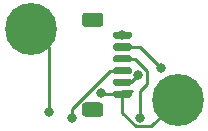
<source format=gbr>
%TF.GenerationSoftware,KiCad,Pcbnew,(5.1.6)-1*%
%TF.CreationDate,2020-12-16T03:54:26+01:00*%
%TF.ProjectId,envboard,656e7662-6f61-4726-942e-6b696361645f,rev?*%
%TF.SameCoordinates,Original*%
%TF.FileFunction,Copper,L2,Bot*%
%TF.FilePolarity,Positive*%
%FSLAX46Y46*%
G04 Gerber Fmt 4.6, Leading zero omitted, Abs format (unit mm)*
G04 Created by KiCad (PCBNEW (5.1.6)-1) date 2020-12-16 03:54:26*
%MOMM*%
%LPD*%
G01*
G04 APERTURE LIST*
%TA.AperFunction,ComponentPad*%
%ADD10C,0.700000*%
%TD*%
%TA.AperFunction,ComponentPad*%
%ADD11C,4.400000*%
%TD*%
%TA.AperFunction,ViaPad*%
%ADD12C,0.800000*%
%TD*%
%TA.AperFunction,Conductor*%
%ADD13C,0.250000*%
%TD*%
G04 APERTURE END LIST*
%TO.P,J1,MP*%
%TO.N,N/C*%
%TA.AperFunction,SMDPad,CuDef*%
G36*
G01*
X49324999Y-52450000D02*
X50625001Y-52450000D01*
G75*
G02*
X50875000Y-52699999I0J-249999D01*
G01*
X50875000Y-53400001D01*
G75*
G02*
X50625001Y-53650000I-249999J0D01*
G01*
X49324999Y-53650000D01*
G75*
G02*
X49075000Y-53400001I0J249999D01*
G01*
X49075000Y-52699999D01*
G75*
G02*
X49324999Y-52450000I249999J0D01*
G01*
G37*
%TD.AperFunction*%
%TA.AperFunction,SMDPad,CuDef*%
G36*
G01*
X49324999Y-44850000D02*
X50625001Y-44850000D01*
G75*
G02*
X50875000Y-45099999I0J-249999D01*
G01*
X50875000Y-45800001D01*
G75*
G02*
X50625001Y-46050000I-249999J0D01*
G01*
X49324999Y-46050000D01*
G75*
G02*
X49075000Y-45800001I0J249999D01*
G01*
X49075000Y-45099999D01*
G75*
G02*
X49324999Y-44850000I249999J0D01*
G01*
G37*
%TD.AperFunction*%
%TO.P,J1,6*%
%TO.N,GND*%
%TA.AperFunction,SMDPad,CuDef*%
G36*
G01*
X51875000Y-51450000D02*
X53125000Y-51450000D01*
G75*
G02*
X53275000Y-51600000I0J-150000D01*
G01*
X53275000Y-51900000D01*
G75*
G02*
X53125000Y-52050000I-150000J0D01*
G01*
X51875000Y-52050000D01*
G75*
G02*
X51725000Y-51900000I0J150000D01*
G01*
X51725000Y-51600000D01*
G75*
G02*
X51875000Y-51450000I150000J0D01*
G01*
G37*
%TD.AperFunction*%
%TO.P,J1,5*%
%TO.N,BUTTON*%
%TA.AperFunction,SMDPad,CuDef*%
G36*
G01*
X51875000Y-50450000D02*
X53125000Y-50450000D01*
G75*
G02*
X53275000Y-50600000I0J-150000D01*
G01*
X53275000Y-50900000D01*
G75*
G02*
X53125000Y-51050000I-150000J0D01*
G01*
X51875000Y-51050000D01*
G75*
G02*
X51725000Y-50900000I0J150000D01*
G01*
X51725000Y-50600000D01*
G75*
G02*
X51875000Y-50450000I150000J0D01*
G01*
G37*
%TD.AperFunction*%
%TO.P,J1,4*%
%TO.N,TEMP*%
%TA.AperFunction,SMDPad,CuDef*%
G36*
G01*
X51875000Y-49450000D02*
X53125000Y-49450000D01*
G75*
G02*
X53275000Y-49600000I0J-150000D01*
G01*
X53275000Y-49900000D01*
G75*
G02*
X53125000Y-50050000I-150000J0D01*
G01*
X51875000Y-50050000D01*
G75*
G02*
X51725000Y-49900000I0J150000D01*
G01*
X51725000Y-49600000D01*
G75*
G02*
X51875000Y-49450000I150000J0D01*
G01*
G37*
%TD.AperFunction*%
%TO.P,J1,3*%
%TO.N,SCL*%
%TA.AperFunction,SMDPad,CuDef*%
G36*
G01*
X51875000Y-48450000D02*
X53125000Y-48450000D01*
G75*
G02*
X53275000Y-48600000I0J-150000D01*
G01*
X53275000Y-48900000D01*
G75*
G02*
X53125000Y-49050000I-150000J0D01*
G01*
X51875000Y-49050000D01*
G75*
G02*
X51725000Y-48900000I0J150000D01*
G01*
X51725000Y-48600000D01*
G75*
G02*
X51875000Y-48450000I150000J0D01*
G01*
G37*
%TD.AperFunction*%
%TO.P,J1,2*%
%TO.N,SDA*%
%TA.AperFunction,SMDPad,CuDef*%
G36*
G01*
X51875000Y-47450000D02*
X53125000Y-47450000D01*
G75*
G02*
X53275000Y-47600000I0J-150000D01*
G01*
X53275000Y-47900000D01*
G75*
G02*
X53125000Y-48050000I-150000J0D01*
G01*
X51875000Y-48050000D01*
G75*
G02*
X51725000Y-47900000I0J150000D01*
G01*
X51725000Y-47600000D01*
G75*
G02*
X51875000Y-47450000I150000J0D01*
G01*
G37*
%TD.AperFunction*%
%TO.P,J1,1*%
%TO.N,+3V3*%
%TA.AperFunction,SMDPad,CuDef*%
G36*
G01*
X51875000Y-46450000D02*
X53125000Y-46450000D01*
G75*
G02*
X53275000Y-46600000I0J-150000D01*
G01*
X53275000Y-46900000D01*
G75*
G02*
X53125000Y-47050000I-150000J0D01*
G01*
X51875000Y-47050000D01*
G75*
G02*
X51725000Y-46900000I0J150000D01*
G01*
X51725000Y-46600000D01*
G75*
G02*
X51875000Y-46450000I150000J0D01*
G01*
G37*
%TD.AperFunction*%
%TD*%
D10*
%TO.P,H2,1*%
%TO.N,GND*%
X58333452Y-51083274D03*
X57166726Y-50600000D03*
X56000000Y-51083274D03*
X55516726Y-52250000D03*
X56000000Y-53416726D03*
X57166726Y-53900000D03*
X58333452Y-53416726D03*
X58816726Y-52250000D03*
D11*
X57166726Y-52250000D03*
%TD*%
D10*
%TO.P,H1,1*%
%TO.N,GND*%
X45916726Y-45083274D03*
X44750000Y-44600000D03*
X43583274Y-45083274D03*
X43100000Y-46250000D03*
X43583274Y-47416726D03*
X44750000Y-47900000D03*
X45916726Y-47416726D03*
X46400000Y-46250000D03*
D11*
X44750000Y-46250000D03*
%TD*%
D12*
%TO.N,GND*%
X50647600Y-51663600D03*
X46250000Y-53250000D03*
%TO.N,+3V3*%
X52500000Y-46750000D03*
%TO.N,BUTTON*%
X53850001Y-50124998D03*
%TO.N,TEMP*%
X48250000Y-53750000D03*
%TO.N,SCL*%
X54000000Y-53750000D03*
%TO.N,SDA*%
X55750000Y-49500000D03*
%TD*%
D13*
%TO.N,GND*%
X54941725Y-54475001D02*
X57166726Y-52250000D01*
X53651999Y-54475001D02*
X54941725Y-54475001D01*
X52500000Y-53323002D02*
X53651999Y-54475001D01*
X46250000Y-47750000D02*
X44750000Y-46250000D01*
X46250000Y-53250000D02*
X46250000Y-47750000D01*
X53275000Y-51500000D02*
X52500000Y-51500000D01*
X52500000Y-51750000D02*
X52500000Y-53323002D01*
X50734000Y-51750000D02*
X50647600Y-51663600D01*
X52500000Y-51750000D02*
X50734000Y-51750000D01*
%TO.N,BUTTON*%
X53224999Y-50750000D02*
X53850001Y-50124998D01*
X52500000Y-50750000D02*
X53224999Y-50750000D01*
%TO.N,TEMP*%
X51461810Y-49750000D02*
X51684315Y-49750000D01*
X48250000Y-52961810D02*
X51461810Y-49750000D01*
X51684315Y-49750000D02*
X52500000Y-49750000D01*
X48250000Y-53750000D02*
X48250000Y-52961810D01*
%TO.N,SCL*%
X54000000Y-53750000D02*
X54000000Y-51500000D01*
X54575002Y-50924998D02*
X54575002Y-49776997D01*
X54000000Y-51500000D02*
X54575002Y-50924998D01*
X53548005Y-48750000D02*
X52500000Y-48750000D01*
X54575002Y-49776997D02*
X53548005Y-48750000D01*
%TO.N,SDA*%
X54000000Y-47750000D02*
X52500000Y-47750000D01*
X55750000Y-49500000D02*
X54000000Y-47750000D01*
%TD*%
M02*

</source>
